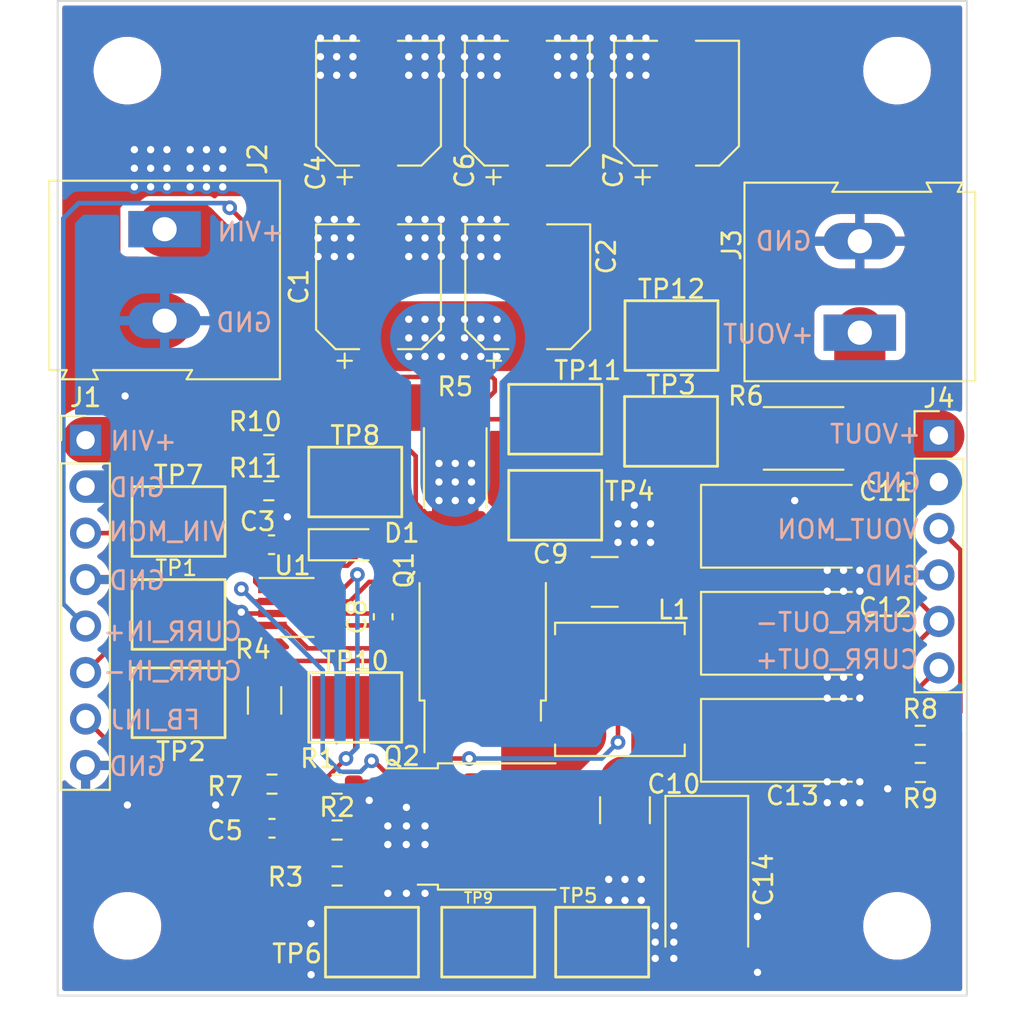
<source format=kicad_pcb>
(kicad_pcb (version 20221018) (generator pcbnew)
  (layers (0 "F.Cu" signal) (31 "B.Cu" signal) (34 "B.Paste" user) (35 "F.Paste" user) (36 "B.SilkS" user "B.Silkscreen") (37 "F.SilkS" user "F.Silkscreen") (38 "B.Mask" user) (39 "F.Mask" user) (44 "Edge.Cuts" user))
  (net 0 "")
  (net 1 "Net-(J1-Pin_6)")
  (net 2 "GND")
  (net 3 "Net-(D1-K)")
  (net 4 "Net-(U1-FB)")
  (net 5 "Net-(C5-Pad2)")
  (net 6 "Net-(D1-A)")
  (net 7 "Net-(Q1-S)")
  (net 8 "Net-(J4-Pin_6)")
  (net 9 "Net-(J1-Pin_1)")
  (net 10 "Net-(J1-Pin_3)")
  (net 11 "Net-(J1-Pin_7)")
  (net 12 "Net-(J3-Pin_1)")
  (net 13 "Net-(J4-Pin_3)")
  (net 14 "Net-(Q1-G)")
  (net 15 "Net-(Q2-G)")
  (net 16 "Net-(R2-Pad2)")
  (footprint "Jarrett_Footprint_Library:TestPoint_Keystone_5016_Compact" (layer "F.Cu") (at 130.429 88.265)
    (fp_text reference "TP8")
    (fp_text value "5016")
  )
  (footprint "Resistor_SMD:R_0603_1608Metric_Pad0.98x0.95mm_HandSolder" (layer "F.Cu") (at 161.29 102.108)
    (fp_text reference "R8")
    (fp_text value "10k")
  )
  (footprint "Resistor_SMD:R_2512_6332Metric_Pad1.40x3.35mm_HandSolder" (layer "F.Cu") (at 154.9165 85.882)
    (fp_text reference "R6")
    (fp_text value "10m")
  )
  (footprint "TerminalBlock:TerminalBlock_Altech_AK300-2_P5.00mm" (layer "F.Cu") (at 120.015 74.451 -90)
    (fp_text reference "J2")
    (fp_text value "Screw_Terminal_01x02")
  )
  (footprint "TerminalBlock:TerminalBlock_Altech_AK300-2_P5.00mm" (layer "F.Cu") (at 157.988 80.108 90)
    (fp_text reference "J3")
    (fp_text value "Screw_Terminal_01x02")
  )
  (footprint "Jarrett_Footprint_Library:TestPoint_Keystone_5016_Compact" (layer "F.Cu") (at 137.6915 113.411)
    (fp_text reference "TP9")
    (fp_text value "5016")
  )
  (footprint "Capacitor_SMD:CP_Elec_6.3x5.4_Nichicon" (layer "F.Cu") (at 131.699 77.597 90)
    (fp_text reference "C1")
    (fp_text value "100uF")
  )
  (footprint "Package_TO_SOT_SMD:TO-252-2" (layer "F.Cu") (at 137.3895 96.897 90)
    (fp_text reference "Q1")
    (fp_text value "QM6006D")
  )
  (footprint "Capacitor_SMD:C_1210_3225Metric_Pad1.33x2.70mm_HandSolder" (layer "F.Cu") (at 145.161 106.202 -90)
    (fp_text reference "C10")
    (fp_text value "22uF")
  )
  (footprint "Resistor_SMD:R_0603_1608Metric_Pad0.98x0.95mm_HandSolder" (layer "F.Cu") (at 125.8805 104.775)
    (fp_text reference "R7")
    (fp_text value "20k")
  )
  (footprint "Capacitor_Tantalum_SMD:CP_EIA-7343-43_Kemet-X_Pad2.25x2.55mm_HandSolder" (layer "F.Cu") (at 149.6295 110.007 -90)
    (fp_text reference "C14")
    (fp_text value "100uF")
  )
  (footprint "Capacitor_Tantalum_SMD:CP_EIA-7343-43_Kemet-X_Pad2.25x2.55mm_HandSolder" (layer "F.Cu") (at 153.9005 102.384)
    (fp_text reference "C13")
    (fp_text value "100uF")
  )
  (footprint "Connector_PinHeader_2.54mm:PinHeader_1x06_P2.54mm_Vertical" (layer "F.Cu") (at 162.306 85.725)
    (fp_text reference "J4")
    (fp_text value "Conn_01x06")
  )
  (footprint "Jarrett_Footprint_Library:TestPoint_Keystone_5016_Compact" (layer "F.Cu") (at 147.701 80.264)
    (fp_text reference "TP12")
    (fp_text value "5016")
  )
  (footprint "Capacitor_SMD:C_0603_1608Metric_Pad1.08x0.95mm_HandSolder" (layer "F.Cu") (at 125.8805 107.188 180)
    (fp_text reference "C5")
    (fp_text value "20pF")
  )
  (footprint "Jarrett_Footprint_Library:TestPoint_Keystone_5016_Compact" (layer "F.Cu") (at 120.777 95.504)
    (fp_text reference "TP1")
    (fp_text value "5016")
  )
  (footprint "Resistor_SMD:R_0603_1608Metric_Pad0.98x0.95mm_HandSolder" (layer "F.Cu") (at 125.7065 88.743)
    (fp_text reference "R11")
    (fp_text value "10k")
  )
  (footprint "Resistor_SMD:R_0603_1608Metric_Pad0.98x0.95mm_HandSolder" (layer "F.Cu") (at 161.29 104.14 180)
    (fp_text reference "R9")
    (fp_text value "10k")
  )
  (footprint "Jarrett_Footprint_Library:TestPoint_Keystone_5016_Compact" (layer "F.Cu") (at 141.351 89.535)
    (fp_text reference "TP4")
    (fp_text value "5016")
  )
  (footprint "Resistor_SMD:R_0603_1608Metric_Pad0.98x0.95mm_HandSolder" (layer "F.Cu") (at 129.4365 109.795)
    (fp_text reference "R3")
    (fp_text value "20k")
  )
  (footprint "Capacitor_SMD:C_1210_3225Metric_Pad1.33x2.70mm_HandSolder" (layer "F.Cu") (at 144.0565 93.726)
    (fp_text reference "C9")
    (fp_text value "22uF")
  )
  (footprint "Jarrett_Footprint_Library:TestPoint_Keystone_5016_Compact" (layer "F.Cu") (at 147.6775 85.501)
    (fp_text reference "TP3")
    (fp_text value "5016")
  )
  (footprint "Resistor_SMD:R_0603_1608Metric_Pad0.98x0.95mm_HandSolder" (layer "F.Cu") (at 129.4365 107.285)
    (fp_text reference "R2")
    (fp_text value "20k")
  )
  (footprint "Connector_PinHeader_2.54mm:PinHeader_1x08_P2.54mm_Vertical" (layer "F.Cu") (at 115.697 85.979)
    (fp_text reference "J1")
    (fp_text value "Conn_01x08")
  )
  (footprint "Capacitor_SMD:C_0603_1608Metric_Pad1.08x0.95mm_HandSolder" (layer "F.Cu") (at 131.953 95.631 90)
    (fp_text reference "C8")
    (fp_text value "0.1uF")
  )
  (footprint "Capacitor_SMD:CP_Elec_6.3x5.4_Nichicon" (layer "F.Cu") (at 131.699 67.564 90)
    (fp_text reference "C4")
    (fp_text value "100uF")
  )
  (footprint "Capacitor_SMD:CP_Elec_6.3x5.4_Nichicon" (layer "F.Cu") (at 147.977 67.564 90)
    (fp_text reference "C7")
    (fp_text value "100uF")
  )
  (footprint "Jarrett_Footprint_Library:TestPoint_Keystone_5016_Compact" (layer "F.Cu") (at 141.351 84.836)
    (fp_text reference "TP11")
    (fp_text value "5016")
  )
  (footprint "Capacitor_Tantalum_SMD:CP_EIA-7343-43_Kemet-X_Pad2.25x2.55mm_HandSolder" (layer "F.Cu") (at 153.9005 96.534)
    (fp_text reference "C12")
    (fp_text value "100uF")
  )
  (footprint "Diode_SMD:D_SOD-323_HandSoldering" (layer "F.Cu") (at 129.901 91.694)
    (fp_text reference "D1")
    (fp_text value "1N5819WS")
  )
  (footprint "Capacitor_Tantalum_SMD:CP_EIA-7343-43_Kemet-X_Pad2.25x2.55mm_HandSolder" (layer "F.Cu") (at 153.9005 90.684)
    (fp_text reference "C11")
    (fp_text value "100uF")
  )
  (footprint "Capacitor_SMD:C_0603_1608Metric_Pad1.08x0.95mm_HandSolder" (layer "F.Cu") (at 125.857 91.694)
    (fp_text reference "C3")
    (fp_text value "1uF")
  )
  (footprint "Inductor_SMD:L_Coilcraft_XAL6060-XXX" (layer "F.Cu") (at 144.8835 99.598)
    (fp_text reference "L1")
    (fp_text value "4.7uH")
  )
  (footprint "Package_TO_SOT_SMD:SOT-23-8_Handsoldering" (layer "F.Cu") (at 127.254 95.123)
    (fp_text reference "U1")
    (fp_text value "RT8110BGJ8")
  )
  (footprint "MountingHole:MountingHole_3.2mm_M3" (layer "F.Cu") (at 117.983 112.522)
    (fp_text reference "H4" hide)
    (fp_text value "MountingHole")
  )
  (footprint "Capacitor_SMD:CP_Elec_6.3x5.4_Nichicon" (layer "F.Cu") (at 139.849 77.597 90)
    (fp_text reference "C2")
    (fp_text value "100uF")
  )
  (footprint "Jarrett_Footprint_Library:TestPoint_Keystone_5016_Compact" (layer "F.Cu") (at 120.777 90.424)
    (fp_text reference "TP7")
    (fp_text value "5016")
  )
  (footprint "Package_TO_SOT_SMD:TO-252-2" (layer "F.Cu") (at 138.254 107.091)
    (fp_text reference "Q2")
    (fp_text value "QM6006D")
  )
  (footprint "MountingHole:MountingHole_3.2mm_M3" (layer "F.Cu") (at 160.02 112.522)
    (fp_text reference "H3" hide)
    (fp_text value "MountingHole")
  )
  (footprint "Jarrett_Footprint_Library:TestPoint_Keystone_5016_Compact" (layer "F.Cu") (at 143.9145 113.411)
    (fp_text reference "TP5")
    (fp_text value "5016")
  )
  (footprint "Jarrett_Footprint_Library:TestPoint_Keystone_5016_Compact" (layer "F.Cu") (at 130.429 100.584)
    (fp_text reference "TP10")
    (fp_text value "5016")
  )
  (footprint "MountingHole:MountingHole_3.2mm_M3" (layer "F.Cu") (at 117.983 65.786)
    (fp_text reference "H1" hide)
    (fp_text value "MountingHole")
  )
  (footprint "Resistor_SMD:R_2512_6332Metric_Pad1.40x3.35mm_HandSolder" (layer "F.Cu") (at 135.89 87.503 -90)
    (fp_text reference "R5")
    (fp_text value "10m")
  )
  (footprint "Resistor_SMD:R_0603_1608Metric_Pad0.98x0.95mm_HandSolder" (layer "F.Cu") (at 125.7065 86.233)
    (fp_text reference "R10")
    (fp_text value "10k")
  )
  (footprint "Resistor_SMD:R_1206_3216Metric_Pad1.30x1.75mm_HandSolder" (layer "F.Cu") (at 125.476 100.203 90)
    (fp_text reference "R4")
    (fp_text value "20")
  )
  (footprint "MountingHole:MountingHole_3.2mm_M3" (layer "F.Cu") (at 160.02 65.786)
    (fp_text reference "H2" hide)
    (fp_text value "MountingHole")
  )
  (footprint "Jarrett_Footprint_Library:TestPoint_Keystone_5016_Compact" (layer "F.Cu") (at 120.777 100.33)
    (fp_text reference "TP2")
    (fp_text value "5016")
  )
  (footprint "Jarrett_Footprint_Library:TestPoint_Keystone_5016_Compact" (layer "F.Cu") (at 131.3415 113.411)
    (fp_text reference "TP6")
    (fp_text value "5016")
  )
  (footprint "Capacitor_SMD:CP_Elec_6.3x5.4_Nichicon" (layer "F.Cu") (at 139.827 67.564 90)
    (fp_text reference "C6")
    (fp_text value "100uF")
  )
  (footprint "Resistor_SMD:R_0603_1608Metric_Pad0.98x0.95mm_HandSolder" (layer "F.Cu") (at 129.4365 104.775)
    (fp_text reference "R1")
    (fp_text value "10k")
  )
  (gr_rect (start 114.173 61.976) (end 163.83 116.332) (stroke (width 0.1)) (fill none) (layer "Edge.Cuts"))
  (gr_text "GND" (at 155.448 75.692) (layer "B.SilkS") (effects (font (size 1 1)) (justify left bottom mirror)))
  (gr_text "GND" (at 161.417 93.98) (layer "B.SilkS") (effects (font (size 1 1)) (justify left bottom mirror)))
  (gr_text "+VIN" (at 126.619 75.184) (layer "B.SilkS") (effects (font (size 1 1)) (justify left bottom mirror)))
  (gr_text "+VOUT" (at 155.575 80.772) (layer "B.SilkS") (effects (font (size 1 1)) (justify left bottom mirror)))
  (gr_text "VOUT_MON" (at 161.29 91.44) (layer "B.SilkS") (effects (font (size 1 1)) (justify left bottom mirror)))
  (gr_text "CURR_IN+" (at 124.333 97.028) (layer "B.SilkS") (effects (font (size 1 1)) (justify left bottom mirror)))
  (gr_text "GND" (at 125.984 80.137) (layer "B.SilkS") (effects (font (size 1 1)) (justify left bottom mirror)))
  (gr_text "GND" (at 120.142 94.234) (layer "B.SilkS") (effects (font (size 1 1)) (justify left bottom mirror)))
  (gr_text "VIN_MON" (at 123.444 91.567) (layer "B.SilkS") (effects (font (size 1 1)) (justify left bottom mirror)))
  (gr_text "+VOUT" (at 161.417 86.233) (layer "B.SilkS") (effects (font (size 1 1)) (justify left bottom mirror)))
  (gr_text "GND" (at 120.142 89.154) (layer "B.SilkS") (effects (font (size 1 1)) (justify left bottom mirror)))
  (gr_text "CURR_OUT+" (at 161.29 98.552) (layer "B.SilkS") (effects (font (size 1 1)) (justify left bottom mirror)))
  (gr_text "FB_INJ" (at 122.047 101.854) (layer "B.SilkS") (effects (font (size 1 1)) (justify left bottom mirror)))
  (gr_text "GND" (at 161.417 88.9) (layer "B.SilkS") (effects (font (size 1 1)) (justify left bottom mirror)))
  (gr_text "CURR_OUT-" (at 161.29 96.52) (layer "B.SilkS") (effects (font (size 1 1)) (justify left bottom mirror)))
  (gr_text "GND" (at 120.142 104.394) (layer "B.SilkS") (effects (font (size 1 1)) (justify left bottom mirror)))
  (gr_text "+VIN" (at 120.777 86.614) (layer "B.SilkS") (effects (font (size 1 1)) (justify left bottom mirror)))
  (gr_text "CURR_IN-" (at 124.333 99.187) (layer "B.SilkS") (effects (font (size 1 1)) (justify left bottom mirror)))
  (segment (start 125.984 87.884) (end 127.127 87.884) (width 0.25) (layer "F.Cu") (net 1))
  (segment (start 139.849 80.297) (end 140.302 80.297) (width 3.81) (layer "F.Cu") (net 1))
  (segment (start 132.984 86.106) (end 133.731 86.853) (width 0.25) (layer "F.Cu") (net 1))
  (segment (start 130.124 94.793) (end 131.191 93.726) (width 0.25) (layer "F.Cu") (net 1))
  (segment (start 143.764 70.264) (end 147.977 70.264) (width 3.81) (layer "F.Cu") (net 1))
  (segment (start 125.276995 89.543) (end 125.73 89.089995) (width 0.25) (layer "F.Cu") (net 1))
  (segment (start 134.876 90.553) (end 135.89 90.553) (width 0.25) (layer "F.Cu") (net 1))
  (segment (start 131.191 93.726) (end 135.6285 93.726) (width 0.25) (layer "F.Cu") (net 1))
  (segment (start 138.301 90.553) (end 138.303 90.551) (width 0.25) (layer "F.Cu") (net 1))
  (segment (start 123.825 89.154) (end 124.214 89.543) (width 0.25) (layer "F.Cu") (net 1))
  (segment (start 140.335 90.551) (end 141.351 89.535) (width 0.25) (layer "F.Cu") (net 1))
  (segment locked (start 133.731 86.853) (end 133.731 88.773) (width 0.25) (layer "F.Cu") (net 1))
  (segment (start 125.73 89.089995) (end 125.73 88.138) (width 0.25) (layer "F.Cu") (net 1))
  (segment (start 135.89 93.9365) (end 135.8645 93.962) (width 0.25) (layer "F.Cu") (net 1))
  (segment (start 133.731 89.408) (end 134.876 90.553) (width 0.25) (layer "F.Cu") (net 1))
  (segment (start 128.604 94.793) (end 130.124 94.793) (width 0.25) (layer "F.Cu") (net 1))
  (segment (start 115.697 98.679) (end 117.983 96.393) (width 0.25) (layer "F.Cu") (net 1))
  (segment (start 143.946 76.653) (end 143.946 70.446) (width 3.81) (layer "F.Cu") (net 1))
  (segment (start 142.494 93.726) (end 142.258 93.962) (width 0.25) (layer "F.Cu") (net 1))
  (segment (start 131.699 70.264) (end 143.764 70.264) (width 3.81) (layer "F.Cu") (net 1))
  (segment (start 133.731 88.773) (end 133.731 89.408) (width 0.25) (layer "F.Cu") (net 1))
  (segment (start 127.635 86.345) (end 127.874 86.106) (width 0.25) (layer "F.Cu") (net 1))
  (segment (start 135.6285 93.726) (end 135.8645 93.962) (width 0.25) (layer "F.Cu") (net 1))
  (segment (start 117.983 96.393) (end 117.983 88.392) (width 0.25) (layer "F.Cu") (net 1))
  (segment (start 138.303 90.551) (end 140.335 90.551) (width 0.25) (layer "F.Cu") (net 1))
  (segment (start 135.89 90.553) (end 138.301 90.553) (width 0.25) (layer "F.Cu") (net 1))
  (segment (start 142.494 93.726) (end 139.1505 93.726) (width 2.54) (layer "F.Cu") (net 1))
  (segment (start 125.73 88.138) (end 125.984 87.884) (width 0.25) (layer "F.Cu") (net 1))
  (segment (start 117.983 88.392) (end 118.237 88.138) (width 0.25) (layer "F.Cu") (net 1))
  (segment (start 127.874 86.106) (end 132.984 86.106) (width 0.25) (layer "F.Cu") (net 1))
  (segment (start 124.214 89.543) (end 125.276995 89.543) (width 0.25) (layer "F.Cu") (net 1))
  (segment (start 127.127 87.884) (end 127.635 87.376) (width 0.25) (layer "F.Cu") (net 1))
  (segment (start 118.237 88.138) (end 123.444 88.138) (width 0.25) (layer "F.Cu") (net 1))
  (segment (start 139.1505 93.726) (end 138.9145 93.962) (width 2.54) (layer "F.Cu") (net 1))
  (segment (start 135.89 87.249) (end 135.89 93.9365) (width 2.54) (layer "F.Cu") (net 1))
  (segment (start 123.825 88.519) (end 123.825 89.154) (width 0.25) (layer "F.Cu") (net 1))
  (segment (start 127.635 87.376) (end 127.635 86.345) (width 0.25) (layer "F.Cu") (net 1))
  (segment (start 143.946 70.446) (end 143.764 70.264) (width 3.81) (layer "F.Cu") (net 1))
  (segment (start 131.699 80.297) (end 139.849 80.297) (width 3.81) (layer "F.Cu") (net 1))
  (segment (start 140.302 80.297) (end 143.946 76.653) (width 3.81) (layer "F.Cu") (net 1))
  (segment (start 123.444 88.138) (end 123.825 88.519) (width 0.25) (layer "F.Cu") (net 1))
  (via (at 133.35 80.391) (size 0.8) (drill 0.4) (layers "F.Cu" "B.Cu") (net 1))
  (via (at 136.398 80.391) (size 0.8) (drill 0.4) (layers "F.Cu" "B.Cu") (net 1))
  (via (at 135.89 87.249) (size 0.8) (drill 0.4) (layers "F.Cu" "B.Cu") (net 1))
  (via (at 138.176 80.391) (size 0.8) (drill 0.4) (layers "F.Cu" "B.Cu") (net 1))
  (via (at 135.128 80.391) (size 0.8) (drill 0.4) (layers "F.Cu" "B.Cu") (net 1))
  (via (at 137.287 80.391) (size 0.8) (drill 0.4) (layers "F.Cu" "B.Cu") (net 1))
  (via (at 135.89 88.265) (size 0.8) (drill 0.4) (layers "F.Cu" "B.Cu") (net 1))
  (via (at 134.239 81.407) (size 0.8) (drill 0.4) (layers "F.Cu" "B.Cu") (net 1))
  (via (at 137.287 79.375) (size 0.8) (drill 0.4) (layers "F.Cu" "B.Cu") (net 1))
  (via (at 135.001 87.249) (size 0.8) (drill 0.4) (layers "F.Cu" "B.Cu") (net 1))
  (via (at 135.001 88.265) (size 0.8) (drill 0.4) (layers "F.Cu" "B.Cu") (net 1))
  (via (at 133.35 79.375) (size 0.8) (drill 0.4) (layers "F.Cu" "B.Cu") (net 1))
  (via (at 135.128 81.407) (size 0.8) (drill 0.4) (layers "F.Cu" "B.Cu") (net 1))
  (via (at 136.779 89.281) (size 0.8) (drill 0.4) (layers "F.Cu" "B.Cu") (net 1))
  (via (at 136.779 88.265) (size 0.8) (drill 0.4) (layers "F.Cu" "B.Cu") (net 1))
  (via (at 136.398 81.407) (size 0.8) (drill 0.4) (layers "F.Cu" "B.Cu") (net 1))
  (via (at 137.287 81.407) (size 0.8) (drill 0.4) (layers "F.Cu" "B.Cu") (net 1))
  (via (at 135.89 89.281) (size 0.8) (drill 0.4) (layers "F.Cu" "B.Cu") (net 1))
  (via (at 135.128 79.375) (size 0.8) (drill 0.4) (layers "F.Cu" "B.Cu") (net 1))
  (via (at 136.398 79.375) (size 0.8) (drill 0.4) (layers "F.Cu" "B.Cu") (net 1))
  (via (at 136.779 87.249) (size 0.8) (drill 0.4) (layers "F.Cu" "B.Cu") (net 1))
  (via (at 134.239 79.375) (size 0.8) (drill 0.4) (layers "F.Cu" "B.Cu") (net 1))
  (via (at 138.176 81.407) (size 0.8) (drill 0.4) (layers "F.Cu" "B.Cu") (net 1))
  (via (at 138.176 79.375) (size 0.8) (drill 0.4) (layers "F.Cu" "B.Cu") (net 1))
  (via (at 134.239 80.391) (size 0.8) (drill 0.4) (layers "F.Cu" "B.Cu") (net 1))
  (via (at 133.35 81.407) (size 0.8) (drill 0.4) (layers "F.Cu" "B.Cu") (net 1))
  (via (at 135.001 89.281) (size 0.8) (drill 0.4) (layers "F.Cu" "B.Cu") (net 1))
  (segment (start 134.493 80.391) (end 134.239 80.391) (width 3.81) (layer "B.Cu") (net 1))
  (segment (start 135.89 81.788) (end 137.287 80.391) (width 3.81) (layer "B.Cu") (net 1))
  (segment (start 135.89 81.788) (end 134.493 80.391) (width 3.81) (layer "B.Cu") (net 1))
  (segment (start 134.239 80.391) (end 137.287 80.391) (width 3.81) (layer "B.Cu") (net 1))
  (segment (start 135.89 88.265) (end 135.89 81.788) (width 3.81) (layer "B.Cu") (net 1))
  (segment (start 133.214 109.371) (end 133.214 110.735) (width 2.794) (layer "F.Cu") (net 2))
  (segment (start 157.1005 102.384) (end 157.1005 105.7895) (width 3.048) (layer "F.Cu") (net 2))
  (segment (start 130.349 104.775) (end 130.349 104.822) (width 0.25) (layer "F.Cu") (net 2))
  (segment (start 133.214 107.07) (end 133.223 107.061) (width 0.25) (layer "F.Cu") (net 2))
  (segment (start 133.214 110.735) (end 133.223 110.744) (width 0.25) (layer "F.Cu") (net 2))
  (segment (start 145.669 93.676) (end 145.669 90.424) (width 3.048) (layer "F.Cu") (net 2))
  (segment (start 145.161 107.7645) (end 145.161 112.1645) (width 2.794) (layer "F.Cu") (net 2))
  (segment (start 126.7195 91.694) (end 126.7195 90.17) (width 0.25) (layer "F.Cu") (net 2))
  (segment (start 133.214 111.5385) (end 133.214 110.753) (width 2.794) (layer "F.Cu") (net 2))
  (segment (start 147.817 65.024) (end 147.977 64.864) (width 0.25) (layer "F.Cu") (net 2))
  (segment (start 157.1005 102.384) (end 157.1005 90.684) (width 3.048) (layer "F.Cu") (net 2))
  (segment (start 133.214 111.5385) (end 131.3415 113.411) (width 2.794) (layer "F.Cu") (net 2))
  (segment (start 160.3775 104.1635) (end 159.512 105.029) (width 0.25) (layer "F.Cu") (net 2))
  (segment (start 126.7195 88.8435) (end 126.619 88.743) (width 0.25) (layer "F.Cu") (net 2))
  (segment (start 125.222 67.31) (end 127.508 65.024) (width 3.048) (layer "F.Cu") (net 2))
  (segment (start 133.214 108.077) (end 133.214 109.371) (width 2.794) (layer "F.Cu") (net 2))
  (segment (start 145.161 112.1645) (end 143.9145 113.411) (width 0.25) (layer "F.Cu") (net 2))
  (segment (start 149.6295 113.207) (end 149.4255 113.411) (width 0.25) (layer "F.Cu") (net 2))
  (segment (start 133.214 110.753) (end 133.223 110.744) (width 0.25) (layer "F.Cu") (net 2))
  (segment (start 125.222 71.501) (end 125.222 71.12) (width 3.048) (layer "F.Cu") (net 2))
  (segment (start 125.222 71.12) (end 125.222 67.31) (width 3.048) (layer "F.Cu") (net 2))
  (segment (start 126.7195 90.17) (end 126.7195 88.8435) (width 0.25) (layer "F.Cu") (net 2))
  (segment (start 160.3775 104.14) (end 160.3775 104.1635) (width 0.25) (layer "F.Cu") (net 2))
  (segment (start 133.214 108.077) (end 133.214 107.07) (width 2.794) (layer "F.Cu") (net 2))
  (segment (start 133.214 110.735) (end 133.214 111.5385) (width 0.25) (layer "F.Cu") (net 2))
  (segment (start 149.4255 113.411) (end 143.9145 113.411) (width 2.794) (layer "F.Cu") (net 2))
  (segment (start 157.1005 104.14) (end 157.1005 102.384) (width 0.25) (layer "F.Cu") (net 2))
  (segment (start 145.619 93.726) (end 145.669 93.676) (width 0.25) (layer "F.Cu") (net 2))
  (segment (start 116.078 72.644) (end 117.602 71.12) (width 3.048) (layer "F.Cu") (net 2))
  (segment (start 128.618 74.897) (end 125.222 71.501) (width 3.048) (layer "F.Cu") (net 2))
  (segment (start 139.849 74.897) (end 128.618 74.897) (width 3.048) (layer "F.Cu") (net 2))
  (segment (start 116.078 76.835) (end 116.078 72.644) (width 3.048) (layer "F.Cu") (net 2))
  (segment (start 157.1005 105.7895) (end 157.099 105.791) (width 0.25) (layer "F.Cu") (net 2))
  (segment (start 125.904 95.453) (end 124.282 95.453) (width 0.25) (layer "F.Cu") (net 2))
  (segment (start 127.508 65.024) (end 147.817 65.024) (width 3.048) (layer "F.Cu") (net 2))
  (segment (start 118.694 79.451) (end 116.078 76.835) (width 3.048) (layer "F.Cu") (net 2))
  (segment (start 130.349 104.822) (end 131.191 105.664) (width 0.25) (layer "F.Cu") (net 2))
  (segment (start 117.602 71.12) (end 125.222 71.12) (width 3.048) (layer "F.Cu") (net 2))
  (segment (start 120.015 79.451) (end 118.694 79.451) (width 3.048) (layer "F.Cu") (net 2))
  (segment (start 124.282 95.453) (end 124.206 95.377) (width 0.25) (layer "F.Cu") (net 2))
  (via (at 146.05 111.125) (size 0.8) (drill 0.4) (layers "F.Cu" "B.Cu") (net 2))
  (via (at 123.19 71.12) (size 0.8) (drill 0.4) (layers "F.Cu" "B.Cu") (net 2))
  (via (at 156.21 100.076) (size 0.8) (drill 0.4) (layers "F.Cu" "B.Cu") (net 2))
  (via (at 124.206 95.377) (size 0.8) (drill 0.4) (layers "F.Cu" "B.Cu") (net 2))
  (via (at 143.256 64.008) (size 0.8) (drill 0.4) (layers "F.Cu" "B.Cu") (net 2))
  (via (at 133.214 108.077) (size 0.8) (drill 0.4) (layers "F.Cu" "B.Cu") (net 2))
  (via (at 120.142 72.136) (size 0.8) (drill 0.4) (layers "F.Cu" "B.Cu") (net 2))
  (via (at 137.287 65.024) (size 0.8) (drill 0.4) (layers "F.Cu" "B.Cu") (net 2))
  (via (at 129.286 74.93) (size 0.8) (drill 0.4) (layers "F.Cu" "B.Cu") (net 2))
  (via (at 159.512 105.029) (size 0.8) (drill 0.4) (layers "F.Cu" "B.Cu") (net 2))
  (via (at 133.35 65.024) (size 0.8) (drill 0.4) (layers "F.Cu" "B.Cu") (net 2))
  (via (at 157.099 93.091) (size 0.8) (drill 0.4) (layers "F.Cu" "B.Cu") (net 2))
  (via (at 129.286 73.914) (size 0.8) (drill 0.4) (layers "F.Cu" "B.Cu") (net 2))
  (via (at 128.524 65.024) (size 0.8) (drill 0.4) (layers "F.Cu" "B.Cu") (net 2))
  (via (at 157.988 104.648) (size 0.8) (drill 0.4) (layers "F.Cu" "B.Cu") (net 2))
  (via (at 138.176 73.914) (size 0.8) (drill 0.4) (layers "F.Cu" "B.Cu") (net 2))
  (via (at 145.161 111.125) (size 0.8) (drill 0.4) (layers "F.Cu" "B.Cu") (net 2))
  (via (at 157.988 100.076) (size 0.8) (drill 0.4) (layers "F.Cu" "B.Cu") (net 2))
  (via (at 143.256 66.04) (size 0.8) (drill 0.4) (layers "F.Cu" "B.Cu") (net 2))
  (via (at 123.19 70.104) (size 0.8) (drill 0.4) (layers "F.Cu" "B.Cu") (net 2))
  (via (at 134.239 74.93) (size 0.8) (drill 0.4) (layers "F.Cu" "B.Cu") (net 2))
  (via (at 122.301 70.104) (size 0.8) (drill 0.4) (layers "F.Cu" "B.Cu") (net 2))
  (via (at 138.176 74.93) (size 0.8) (drill 0.4) (layers "F.Cu" "B.Cu") (net 2))
  (via (at 119.253 70.104) (size 0.8) (drill 0.4) (layers "F.Cu" "B.Cu") (net 2))
  (via (at 133.35 75.946) (size 0.8) (drill 0.4) (layers "F.Cu" "B.Cu") (net 2))
  (via (at 146.558 91.567) (size 0.8) (drill 0.4) (layers "F.Cu" "B.Cu") (net 2))
  (via (at 134.239 64.008) (size 0.8) (drill 0.4) (layers "F.Cu" "B.Cu") (net 2))
  (via (at 119.253 72.136) (size 0.8) (drill 0.4) (layers "F.Cu" "B.Cu") (net 2))
  (via (at 133.35 66.04) (size 0.8) (drill 0.4) (layers "F.Cu" "B.Cu") (net 2))
  (via (at 122.301 72.136) (size 0.8) (drill 0.4) (layers "F.Cu" "B.Cu") (net 2))
  (via (at 138.176 64.008) (size 0.8) (drill 0.4) (layers "F.Cu" "B.Cu") (net 2))
  (via (at 144.526 66.04) (size 0.8) (drill 0.4) (layers "F.Cu" "B.Cu") (net 2))
  (via (at 131.191 105.664) (size 0.8) (drill 0.4) (layers "F.Cu" "B.Cu") (net 2))
  (via (at 146.05 109.982) (size 0.8) (drill 0.4) (layers "F.Cu" "B.Cu") (net 2))
  (via (at 135.128 65.024) (size 0.8) (drill 0.4) (layers "F.Cu" "B.Cu") (net 2))
  (via (at 126.7195 90.17) (size 0.8) (drill 0.4) (layers "F.Cu" "B.Cu") (net 2))
  (via (at 130.175 73.914) (size 0.8) (drill 0.4) (layers "F.Cu" "B.Cu") (net 2))
  (via (at 145.415 64.008) (size 0.8) (drill 0.4) (layers "F.Cu" "B.Cu") (net 2))
  (via (at 145.669 89.535) (size 0.8) (drill 0.4) (layers "F.Cu" "B.Cu") (net 2))
  (via (at 128.397 74.93) (size 0.8) (drill 0.4) (layers "F.Cu" "B.Cu") (net 2))
  (via (at 137.287 74.93) (size 0.8) (drill 0.4) (layers "F.Cu" "B.Cu") (net 2))
  (via (at 137.287 73.914) (size 0.8) (drill 0.4) (layers "F.Cu" "B.Cu") (net 2))
  (via (at 130.302 66.04) (size 0.8) (drill 0.4) (layers "F.Cu" "B.Cu") (net 2))
  (via (at 120.142 71.12) (size 0.8) (drill 0.4) (layers "F.Cu" "B.Cu") (net 2))
  (via (at 138.176 66.04) (size 0.8) (drill 0.4) (layers "F.Cu" "B.Cu") (net 2))
  (via (at 133.35 64.008) (size 0.8) (drill 0.4) (layers "F.Cu" "B.Cu") (net 2))
  (via (at 128.397 75.946) (size 0.8) (drill 0.4) (layers "F.Cu" "B.Cu") (net 2))
  (via (at 129.413 66.04) (size 0.8) (drill 0.4) (layers "F.Cu" "B.Cu") (net 2))
  (via (at 137.287 66.04) (size 0.8) (drill 0.4) (layers "F.Cu" "B.Cu") (net 2))
  (via (at 133.223 106.045) (size 0.8) (drill 0.4) (layers "F.Cu" "B.Cu") (net 2))
  (via (at 143.256 65.024) (size 0.8) (drill 0.4) (layers "F.Cu" "B.Cu") (net 2))
  (via (at 132.207 108.077) (size 0.8) (drill 0.4) (layers "F.Cu" "B.Cu") (net 2))
  (via (at 130.175 74.93) (size 0.8) (drill 0.4) (layers "F.Cu" "B.Cu") (net 2))
  (via (at 144.526 65.024) (size 0.8) (drill 0.4) (layers "F.Cu" "B.Cu") (net 2))
  (via (at 134.239 107.061) (size 0.8) (drill 0.4) (layers "F.Cu" "B.Cu") (net 2))
  (via (at 135.128 64.008) (size 0.8) (drill 0.4) (layers "F.Cu" "B.Cu") (net 2))
  (via (at 144.272 111.125) (size 0.8) (drill 0.4) (layers "F.Cu" "B.Cu") (net 2))
  (via (at 145.669 91.567) (size 0.8) (drill 0.4) (layers "F.Cu" "B.Cu") (net 2))
  (via (at 133.223 110.744) (size 0.8) (drill 0.4) (layers "F.Cu" "B.Cu") (net 2))
  (via (at 141.478 66.04) (size 0.8) (drill 0.4) (layers "F.Cu" "B.Cu") (net 2))
  (via (at 128.524 66.04) (size 0.8) (drill 0.4) (layers "F.Cu" "B.Cu") (net 2))
  (via (at 122.809 105.918) (size 0.8) (drill 0.4) (layers "F.Cu" "B.Cu") (net 2))
  (via (at 123.19 72.136) (size 0.8) (drill 0.4) (layers "F.Cu" "B.Cu") (net 2))
  (via (at 132.207 110.744) (size 0.8) (drill 0.4) (layers "F.Cu" "B.Cu") (net 2))
  (via (at 130.302 65.024) (size 0.8) (drill 0.4) (layers "F.Cu" "B.Cu") (net 2))
  (via (at 156.21 93.091) (size 0.8) (drill 0.4) (layers "F.Cu" "B.Cu") (net 2))
  (via (at 154.432 89.281) (size 0.8) (drill 0.4) (layers "F.Cu" "B.Cu") (net 2))
  (via (at 118.364 71.12) (size 0.8) (drill 0.4) (layers "F.Cu" "B.Cu") (net 2))
  (via (at 121.412 72.136) (size 0.8) (drill 0.4) (layers "F.Cu" "B.Cu") (net 2))
  (via (at 157.988 93.091) (size 0.8) (drill 0.4) (layers "F.Cu" "B.Cu") (net 2))
  (via (at 145.669 90.551) (size 0.8) (drill 0.4) (layers "F.Cu" "B.Cu") (net 2))
  (via (at 128.016 115.189) (size 0.8) (drill 0.4) (layers "F.Cu" "B.Cu") (net 2))
  (via (at 144.78 90.551) (size 0.8) (drill 0.4) (layers "F.Cu" "B.Cu") (net 2))
  (via (at 147.828 114.3) (size 0.8) (drill 0.4) (layers "F.Cu" "B.Cu") (net 2))
  (via (at 129.413 64.008) (size 0.8) (drill 0.4) (layers "F.Cu" "B.Cu") (net 2))
  (via (at 130.175 75.946) (size 0.8) (drill 0.4) (layers "F.Cu" "B.Cu") (net 2))
  (via (at 118.364 72.136) (size 0.8) (drill 0.4) (layers "F.Cu" "B.Cu") (net 2))
  (via (at 156.21 105.791) (size 0.8) (drill 0.4) (layers "F.Cu" "B.Cu") (net 2))
  (via (at 137.287 75.946) (size 0.8) (drill 0.4) (layers "F.Cu" "B.Cu") (net 2))
  (via (at 118.364 70.104) (size 0.8) (drill 0.4) (layers "F.Cu" "B.Cu") (net 2))
  (via (at 157.988 98.933) (size 0.8) (drill 0.4) (layers "F.Cu" "B.Cu") (net 2))
  (via (at 146.304 64.008) (size 0.8) (drill 0.4) (layers "F.Cu" "B.Cu") (net 2))
  (via (at 157.099 94.234) (size 0.8) (drill 0.4) (layers "F.Cu" "B.Cu") (net 2))
  (via (at 146.812 112.522) (size 0.8) (drill 0.4) (layers "F.Cu" "B.Cu") (net 2))
  (via (at 142.367 64.008) (size 0.8) (drill 0.4) (layers "F.Cu" "B.Cu") (net 2))
  (via (at 152.4 112.014) (size 0.8) (drill 0.4) (layers "F.Cu" "B.Cu") (net 2))
  (via (at 146.558 90.551) (size 0.8) (drill 0.4) (layers "F.Cu" "B.Cu") (net 2))
  (via (at 133.35 74.93) (size 0.8) (drill 0.4) (layers "F.Cu" "B.Cu") (net 2))
  (via (at 135.128 75.946) (size 0.8) (drill 0.4) (layers "F.Cu" "B.Cu") (net 2))
  (via (at 141.478 64.008) (size 0.8) (drill 0.4) (layers "F.Cu" "B.Cu") (net 2))
  (via (at 138.176 75.946) (size 0.8) (drill 0.4) (layers "F.Cu" "B.Cu") (net 2))
  (via (at 132.207 107.061) (size 0.8) (drill 0.4) (layers "F.Cu" "B.Cu") (net 2))
  (via (at 146.812 113.411) (size 0.8) (drill 0.4) (layers "F.Cu" "B.Cu") (net 2))
  (via (at 136.398 75.946) (size 0.8) (drill 0.4) (layers "F.Cu" "B.Cu") (net 2))
  (via (at 135.128 73.914) (size 0.8) (drill 0.4) (layers "F.Cu" "B.Cu") (net 2))
  (via (at 157.099 105.791) (size 0.8) (drill 0.4) (layers "F.Cu" "B.Cu") (net 2))
  (via (at 133.35 73.914) (size 0.8) (drill 0.4) (layers "F.Cu" "B.Cu") (net 2))
  (via (at 130.302 64.008) (size 0.8) (drill 0.4) (layers "F.Cu" "B.Cu") (net 2))
  (via (at 136.398 66.04) (size 0.8) (drill 0.4) (layers "F.Cu" "B.Cu") (net 2))
  (via (at 144.78 91.567) (size 0.8) (drill 0.4) (layers "F.Cu" "B.Cu") (net 2))
  (via (at 134.239 108.077) (size 0.8) (drill 0.4) (layers "F.Cu" "B.Cu") (net 2))
  (via (at 156.21 98.933) (size 0.8) (drill 0.4) (layers "F.Cu" "B.Cu") (net 2))
  (via (at 147.828 112.522) (size 0.8) (drill 0.4) (layers "F.Cu" "B.Cu") (net 2))
  (via (at 134.239 66.04) (size 0.8) (drill 0.4) (layers "F.Cu" "B.Cu") (net 2))
  (via (at 119.253 71.12) (size 0.8) (drill 0.4) (layers "F.Cu" "B.Cu") (net 2))
  (via (at 120.142 70.104) (size 0.8) (drill 0.4) (layers "F.Cu" "B.Cu") (net 2))
  (via (at 129.413 65.024) (size 0.8) (drill 0.4) (layers "F.Cu" "B.Cu") (net 2))
  (via (at 144.526 64.008) (size 0.8) (drill 0.4) (layers "F.Cu" "B.Cu") (net 2))
  (via (at 137.287 64.008) (size 0.8) (drill 0.4) (layers "F.Cu" "B.Cu") (net 2))
  (via (at 145.415 65.024) (size 0.8) (drill 0.4) (layers "F.Cu" "B.Cu") (net 2))
  (via (at 136.398 65.024) (size 0.8) (drill 0.4) (layers "F.Cu" "B.Cu") (net 2))
  (via (at 122.301 71.12) (size 0.8) (drill 0.4) (layers "F.Cu" "B.Cu") (net 2))
  (via (at 142.367 65.024) (size 0.8) (drill 0.4) (layers "F.Cu" "B.Cu") (net 2))
  (via (at 157.099 100.076) (size 0.8) (drill 0.4) (layers "F.Cu" "B.Cu") (net 2))
  (via (at 117.983 105.918) (size 0.8) (drill 0.4) (layers "F.Cu" "B.Cu") (net 2))
  (via (at 136.398 73.914) (size 0.8) (drill 0.4) (layers "F.Cu" "B.Cu") (net 2))
  (via (at 135.128 66.04) (size 0.8) (drill 0.4) (layers "F.Cu" "B.Cu") (net 2))
  (via (at 141.478 65.024) (size 0.8) (drill 0.4) (layers "F.Cu" "B.Cu") (net 2))
  (via (at 146.304 66.04) (size 0.8) (drill 0.4) (layers "F.Cu" "B.Cu") (net 2))
  (via (at 136.398 64.008) (size 0.8) (drill 0.4) (layers "F.Cu" "B.Cu") (net 2))
  (via (at 134.239 73.914) (size 0.8) (drill 0.4) (layers "F.Cu" "B.Cu") (net 2))
  (via (at 138.176 65.024) (size 0.8) (drill 0.4) (layers "F.Cu" "B.Cu") (net 2))
  (via (at 145.161 109.982) (size 0.8) (drill 0.4) (layers "F.Cu" "B.Cu") (net 2))
  (via (at 129.286 75.946) (size 0.8) (drill 0.4) (layers "F.Cu" "B.Cu") (net 2))
  (via (at 145.415 66.04) (size 0.8) (drill 0.4) (layers "F.Cu" "B.Cu") (net 2))
  (via (at 156.21 94.234) (size 0.8) (drill 0.4) (layers "F.Cu" "B.Cu") (net 2))
  (via (at 142.367 66.04) (size 0.8) (drill 0.4) (layers "F.Cu" "B.Cu") (net 2))
  (via (at 134.239 65.024) (size 0.8) (drill 0.4) (layers "F.Cu" "B.Cu") (net 2))
  (via (at 136.398 74.93) (size 0.8) (drill 0.4) (layers "F.Cu" "B.Cu") (net 2))
  (via (at 147.828 113.411) (size 0.8) (drill 0.4) (layers "F.Cu" "B.Cu") (net 2))
  (via (at 128.397 73.914) (size 0.8) (drill 0.4) (layers "F.Cu" "B.Cu") (net 2))
  (via (at 157.099 98.933) (size 0.8) (drill 0.4) (layers "F.Cu" "B.Cu") (net 2))
  (via (at 134.239 75.946) (size 0.8) (drill 0.4) (layers "F.Cu" "B.Cu") (net 2))
  (via (at 157.988 105.791) (size 0.8) (drill 0.4) (layers "F.Cu" "B.Cu") (net 2))
  (via (at 152.4 115.062) (size 0.8) (drill 0.4) (layers "F.Cu" "B.Cu") (net 2))
  (via (at 117.856 83.566) (size 0.8) (drill 0.4) (layers "F.Cu" "B.Cu") (net 2))
  (via (at 157.099 104.648) (size 0.8) (drill 0.4) (layers "F.Cu" "B.Cu") (net 2))
  (via (at 157.988 94.234) (size 0.8) (drill 0.4) (layers "F.Cu" "B.Cu") (net 2))
  (via (at 121.412 70.104) (size 0.8) (drill 0.4) (layers "F.Cu" "B.Cu") (net 2))
  (via (at 144.272 109.982) (size 0.8) (drill 0.4) (layers "F.Cu" "B.Cu") (net 2))
  (via (at 156.21 104.648) (size 0.8) (drill 0.4) (layers "F.Cu" "B.Cu") (net 2))
  (via (at 134.239 110.744) (size 0.8) (drill 0.4) (layers "F.Cu" "B.Cu") (net 2))
  (via (at 128.524 64.008) (size 0.8) (drill 0.4) (layers "F.Cu" "B.Cu") (net 2))
  (via (at 146.812 114.3) (size 0.8) (drill 0.4) (layers "F.Cu" "B.Cu") (net 2))
  (via (at 128.016 112.395) (size 0.8) (drill 0.4) (layers "F.Cu" "B.Cu") (net 2))
  (via (at 135.128 74.93) (size 0.8) (drill 0.4) (layers "F.Cu" "B.Cu") (net 2))
  (via (at 133.223 107.061) (size 0.8) (drill 0.4) (layers "F.Cu" "B.Cu") (net 2))
  (via (at 146.304 65.024) (size 0.8) (drill 0.4) (layers "F.Cu" "B.Cu") (net 2))
  (via (at 121.412 71.12) (size 0.8) (drill 0.4) (layers "F.Cu" "B.Cu") (net 2))
  (segment (start 162.306 88.265) (end 160.147 88.265) (width 2.54) (layer "B.Cu") (net 2))
  (segment (start 115.697 88.519) (end 118.364 88.519) (width 1.778) (layer "B.Cu") (net 2))
  (segment (start 126.746 93.5355) (end 128.5875 91.694) (width 0.25) (layer "F.Cu") (net 3))
  (segment (start 124.968 93.726) (end 124.968 91.7205) (width 0.25) (layer "F.Cu") (net 3))
  (segment (start 125.385 94.143) (end 124.968 93.726) (width 0.25) (layer "F.Cu") (net 3))
  (segment (start 128.5875 91.694) (end 128.651 91.694) (width 0.25) (layer "F.Cu") (net 3))
  (segment (start 125.904 94.143) (end 126.583 94.143) (width 0.25) (layer "F.Cu") (net 3))
  (segment (start 124.968 91.7205) (end 124.9945 91.694) (width 0.25) (layer "F.Cu") (net 3))
  (segment (start 125.904 94.143) (end 125.385 94.143) (width 0.25) (layer "F.Cu") (net 3))
  (segment (start 123.7245 90.424) (end 124.9945 91.694) (width 0.25) (layer "F.Cu") (net 3))
  (segment (start 120.777 90.424) (end 123.7245 90.424) (width 0.25) (layer "F.Cu") (net 3))
  (segment (start 126.746 93.98) (end 126.746 93.5355) (width 0.25) (layer "F.Cu") (net 3))
  (segment (start 126.583 94.143) (end 126.746 93.98) (width 0.25) (layer "F.Cu") (net 3))
  (segment (start 129.921 103.378) (end 130.429 102.87) (width 0.25) (layer "F.Cu") (net 4))
  (segment (start 130.429 102.87) (end 130.429 100.584) (width 0.25) (layer "F.Cu") (net 4))
  (segment (start 128.524 104.775) (end 128.524 107.285) (width 0.25) (layer "F.Cu") (net 4))
  (segment (start 128.604 94.143) (end 129.726599 94.143) (width 0.25) (layer "F.Cu") (net 4))
  (segment (start 128.524 104.775) (end 126.793 104.775) (width 0.25) (layer "F.Cu") (net 4))
  (segment (start 129.921 103.378) (end 128.524 104.775) (width 0.25) (layer "F.Cu") (net 4))
  (segment (start 126.84 107.285) (end 126.743 107.188) (width 0.25) (layer "F.Cu") (net 4))
  (segment (start 128.524 107.285) (end 126.84 107.285) (width 0.25) (layer "F.Cu") (net 4))
  (segment (start 129.726599 94.143) (end 130.545819 93.32378) (width 0.25) (layer "F.Cu") (net 4))
  (via (at 129.921 103.378) (size 0.8) (drill 0.4) (layers "F.Cu" "B.Cu") (net 4))
  (via (at 130.545819 93.32378) (size 0.8) (drill 0.4) (layers "F.Cu" "B.Cu") (net 4))
  (segment (start 129.921 103.378) (end 130.545819 102.753181) (width 0.25) (layer "B.Cu") (net 4))
  (segment (start 130.545819 102.753181) (end 130.545819 93.32378) (width 0.25) (layer "B.Cu") (net 4))
  (segment (start 127.625 109.795) (end 128.524 109.795) (width 0.25) (layer "F.Cu") (net 5))
  (segment (start 125.018 107.188) (end 127.625 109.795) (width 0.25) (layer "F.Cu") (net 5))
  (segment (start 131.151 91.694) (end 130.008 92.837) (width 0.25) (layer "F.Cu") (net 6))
  (segment (start 127.254 93.98) (end 127.254 95.783) (width 0.25) (layer "F.Cu") (net 6))
  (segment (start 131.5625 96.103) (end 131.953 96.4935) (width 0.25) (layer "F.Cu") (net 6))
  (segment (start 131.151 91.694) (end 130.429 90.972) (width 0.25) (layer "F.Cu") (net 6))
  (segment (start 130.429 90.972) (end 130.429 87.376) (width 0.25) (layer "F.Cu") (net 6))
  (segment (start 128.604 96.103) (end 131.5625 96.103) (width 0.25) (layer "F.Cu") (net 6))
  (segment (start 128.397 92.837) (end 127.254 93.98) (width 0.25) (layer "F.Cu") (net 6))
  (segment (start 130.008 92.837) (end 128.397 92.837) (width 0.25) (layer "F.Cu") (net 6))
  (segment (start 127.574 96.103) (end 128.604 96.103) (width 0.25) (layer "F.Cu") (net 6))
  (segment (start 127.254 95.783) (end 127.574 96.103) (width 0.25) (layer "F.Cu") (net 6))
  (segment (start 142.8635 102.106) (end 141.351 103.6185) (width 2.54) (layer "F.Cu") (net 7))
  (segment (start 139.6695 101.937) (end 137.276325 101.937) (width 0.25) (layer "F.Cu") (net 7))
  (segment (start 134.1645 98.825175) (end 134.1645 96.98) (width 0.25) (layer "F.Cu") (net 7))
  (segment (start 134.1645 96.98) (end 131.953 94.7685) (width 0.25) (layer "F.Cu") (net 7))
  (segment (start 131.2685 95.453) (end 131.953 94.7685) (width 0.25) (layer "F.Cu") (net 7))
  (segment (start 128.604 95.453) (end 131.2685 95.453) (width 0.25) (layer "F.Cu") (net 7))
  (segment (start 141.829 99.598) (end 139.7115 101.7155) (width 2.54) (layer "F.Cu") (net 7))
  (segment (start 141.351 103.6185) (end 139.6695 101.937) (width 2.54) (layer "F.Cu") (net 7))
  (segment (start 137.276325 101.937) (end 134.1645 98.825175) (width 0.25) (layer "F.Cu") (net 7))
  (segment (start 142.8635 99.598) (end 141.829 99.598) (width 2.54) (layer "F.Cu") (net 7))
  (segment (start 139.6695 106.9355) (end 139.6695 101.937) (width 2.54) (layer "F.Cu") (net 7))
  (segment (start 142.8635 99.598) (end 142.8635 102.106) (width 2.54) (layer "F.Cu") (net 7))
  (segment (start 139.514 107.091) (end 139.6695 106.9355) (width 0.25) (layer "F.Cu") (net 7))
  (segment (start 150.7005 90.684) (end 150.7005 90.4725) (width 0.25) (layer "F.Cu") (net 8))
  (segment (start 146.9035 104.081) (end 147.462 104.6395) (width 2.794) (layer "F.Cu") (net 8))
  (segment (start 125.196 98.653) (end 124.46 97.917) (width 0.25) (layer "F.Cu") (net 8))
  (segment (start 126.365 98.044) (end 132.715 98.044) (width 0.25) (layer "F.Cu") (net 8))
  (segment (start 159.677 102.908) (end 159.258 102.489) (width 0.25) (layer "F.Cu") (net 8))
  (segment (start 125.756 98.653) (end 126.365 98.044) (width 0.25) (layer "F.Cu") (net 8))
  (segment (start 148.306 85.501) (end 150.114 83.693) (width 0.25) (layer "F.Cu") (net 8))
  (segment (start 150.01525 104.11175) (end 150.01525 101.69875) (width 2.794) (layer "F.Cu") (net 8))
  (segment (start 154.178 84.201) (end 153.797 83.82) (width 0.25) (layer "F.Cu") (net 8))
  (segment (start 147.6775 85.501) (end 148.306 85.501) (width 0.25) (layer "F.Cu") (net 8))
  (segment (start 147.462 104.6395) (end 147.462 102.474) (width 2.794) (layer "F.Cu") (net 8))
  (segment (start 144.78 102.489) (end 144.78 97.409) (width 0.25) (layer "F.Cu") (net 8))
  (segment (start 159.258 102.489) (end 159.258 89.789) (width 0.25) (layer "F.Cu") (net 8))
  (segment (start 148.59 88.646) (end 149.352 87.884) (width 0.25) (layer "F.Cu") (net 8))
  (segment (start 151.8665 84.8615) (end 151.8665 85.882) (width 0.25) (layer "F.Cu") (net 8))
  (segment (start 125.476 98.653) (end 125.756 98.653) (width 0.25) (layer "F.Cu") (net 8))
  (segment (start 147.9145 99.598) (end 146.9035 99.598) (width 2.794) (layer "F.Cu") (net 8))
  (segment (start 149.6295 106.807) (end 150.7005 105.736) (width 0.25) (layer "F.Cu") (net 8))
  (segment (start 124.46 97.917) (end 123.698 97.917) (width 0.25) (layer "F.Cu") (net 8))
  (segment (start 151.892 89.281) (end 151.892 87.884) (width 2.794) (layer "F.Cu") (net 8))
  (segment (start 148.47475 105.65225) (end 150.01525 104.11175) (width 2.794) (layer "F.Cu") (net 8))
  (segment (start 147.32 96.266) (end 148.59 94.996) (width 0.25) (layer "F.Cu") (net 8))
  (segment (start 150.114 83.693) (end 150.622 83.693) (width 0.25) (layer "F.Cu") (net 8))
  (segment (start 145.923 96.266) (end 147.32 96.266) (width 0.25) (layer "F.Cu") (net 8))
  (segment (start 123.698 97.917) (end 121.285 95.504) (width 0.25) (layer "F.Cu") (net 8))
  (segment (start 133.223 99.441) (end 133.223 102.063673) (width 0.25) (layer "F.Cu") (net 8))
  (segment (start 150.7005 102.384) (end 150.01525 101.69875) (width 2.794) (layer "F.Cu") (net 8))
  (segment (start 151.8665 85.882) (end 151.8665 84.9375) (width 0.25) (layer "F.Cu") (net 8))
  (segment (start 150.7005 96.534) (end 149.9675 96.534) (width 0.25) (layer "F.Cu") (net 8))
  (segment (start 161.29 102.478495) (end 160.860495 102.908) (width 0.25) (layer "F.Cu") (net 8))
  (segment (start 148.59 94.996) (end 148.59 88.646) (width 0.25) (layer "F.Cu") (net 8))
  (segment (start 148.47475 105.65225) (end 149.6295 106.807) (width 2.794) (layer "F.Cu") (net 8))
  (segment (start 161.29 99.441) (end 161.29 102.478495) (width 0.25) (layer "F.Cu") (net 8))
  (segment (start 132.715 98.044) (end 133.223 98.552) (width 0.25) (layer "F.Cu") (net 8))
  (segment (start 151.8665 84.9375) (end 150.622 83.693) (width 0.25) (layer "F.Cu") (net 8))
  (segment (start 158.115 88.646) (end 155.829 88.646) (width 0.25) (layer "F.Cu") (net 8))
  (segment (start 151.892 87.884) (end 151.892 85.9075) (width 2.794) (layer "F.Cu") (net 8))
  (segment (start 145.161 104.6395) (end 147.462 104.6395) (width 2.794) (layer "F.Cu") (net 8))
  (segment (start 149.9675 96.534) (end 146.9035 99.598) (width 2.794) (layer "F.Cu") (net 8))
  (segment (start 150.7005 90.4725) (end 151.892 89.281) (width 2.794) (layer "F.Cu") (net 8))
  (segment (start 152.908 83.82) (end 151.8665 84.8615) (width 0.25) (layer "F.Cu") (net 8))
  (segment (start 134.537327 103.378) (end 136.652 103.378) (width 0.25) (layer "F.Cu") (net 8))
  (segment (start 144.78 97.409) (end 145.923 96.266) (width 0.25) (layer "F.Cu") (net 8))
  (segment (start 150.7005 90.684) (end 150.7005 102.384) (width 2.794) (layer "F.Cu") (net 8))
  (segment (start 147.462 104.6395) (end 148.47475 105.65225) (width 2.794) (layer "F.Cu") (net 8))
  (segment (start 154.178 86.995) (end 154.178 84.201) (width 0.25) (layer "F.Cu") (net 8))
  (segment (start 125.476 98.653) (end 125.196 98.653) (width 0.25) (layer "F.Cu") (net 8))
  (segment (start 120.777 95.504) (end 121.412 95.504) (width 0.25) (layer "F.Cu") (net 8))
  (segment (start 133.223 98.552) (end 133.223 99.441) (width 0.25) (layer "F.Cu") (net 8))
  (segment (start 146.9035 99.598) (end 146.9035 104.081) (width 2.794) (layer "F.Cu") (net 8))
  (segment (start 159.258 89.789) (end 158.115 88.646) (width 0.25) (layer "F.Cu") (net 8))
  (segment (start 147.462 102.474) (end 149.12625 100.80975) (width 2.794) (layer "F.Cu") (net 8))
  (segment locked (start 153.797 83.82) (end 152.908 83.82) (width 0.25) (layer "F.Cu") (net 8))
  (segment (start 149.352 87.884) (end 151.892 87.884) (width 0.25) (layer "F.Cu") (net 8))
  (segment (start 150.7005 105.736) (end 150.7005 102.384) (width 2.794) (layer "F.Cu") (net 8))
  (segment (start 149.12625 100.80975) (end 147.9145 99.598) (width 2.794) (layer "F.Cu") (net 8))
  (segment (start 151.892 85.9075) (end 151.8665 85.882) (width 0.25) (layer "F.Cu") (net 8))
  (segment (start 121.285 95.504) (end 120.777 95.504) (width 0.25) (layer "F.Cu") (net 8))
  (segment (start 162.306 98.425) (end 161.29 99.441) (width 0.25) (layer "F.Cu") (net 8))
  (segment (start 160.860495 102.908) (end 159.677 102.908) (width 0.25) (layer "F.Cu") (net 8))
  (segment (start 150.01525 101.69875) (end 149.12625 100.80975) (width 2.794) (layer "F.Cu") (net 8))
  (segment (start 155.829 88.646) (end 154.178 86.995) (width 0.25) (layer "F.Cu") (net 8))
  (segment (start 133.223 102.063673) (end 134.537327 103.378) (width 0.25) (layer "F.Cu") (net 8))
  (via (at 144.78 102.489) (size 0.8) (drill 0.4) (layers "F.Cu" "B.Cu") (net 8))
  (via (at 136.652 103.378) (size 0.8) (drill 0.4) (layers "F.Cu" "B.Cu") (net 8))
  (segment (start 143.891 103.378) (end 144.78 102.489) (width 0.25) (layer "B.Cu") (net 8))
  (segment (start 136.652 103.378) (end 143.891 103.378) (width 0.25) (layer "B.Cu") (net 8))
  (segment (start 121.568 74.451) (end 124.587 77.47) (width 3.048) (layer "F.Cu") (net 9))
  (segment (start 120.015 74.451) (end 121.568 74.451) (width 3.048) (layer "F.Cu") (net 9))
  (segment (start 127.0635 83.1215) (end 127.254 82.931) (width 2.54) (layer "F.Cu") (net 9))
  (segment (start 127.254 82.931) (end 128.524 84.201) (width 2.54) (layer "F.Cu") (net 9))
  (segment (start 121.7295 83.1215) (end 127.0635 83.1215) (width 2.54) (layer "F.Cu") (net 9))
  (segment (start 121.7295 83.1215) (end 118.872 85.979) (width 2.54) (layer "F.Cu") (net 9))
  (segment (start 137.899 82.527) (end 129.39 82.527) (width 0.25) (layer "F.Cu") (net 9))
  (segment (start 138.049 83.312) (end 138.049 82.677) (width 0.25) (layer "F.Cu") (net 9))
  (segment (start 129.39 82.527) (end 126.746 79.883) (width 0.25) (layer "F.Cu") (net 9))
  (segment (start 135.89 84.453) (end 136.273 84.836) (width 0.25) (layer "F.Cu") (net 9))
  (segment (start 126.746 79.883) (end 126.746 76.454) (width 0.25) (layer "F.Cu") (net 9))
  (segment (start 131.699 84.201) (end 135.765 84.201) (width 2.54) (layer "F.Cu") (net 9))
  (segment (start 135.89 84.453) (end 136.908 84.453) (width 0.25) (layer "F.Cu") (net 9))
  (segment (start 136.273 84.836) (end 141.351 84.836) (width 0.25) (layer "F.Cu") (net 9))
  (segment (start 138.049 82.677) (end 137.899 82.527) (width 0.25) (layer "F.Cu") (net 9))
  (segment (start 126.746 76.454) (end 123.571 73.279) (width 0.25) (layer "F.Cu") (net 9))
  (segment (start 128.143 84.074) (end 127 85.217) (width 0.25) (layer "F.Cu") (net 9))
  (segment (start 124.587 80.264) (end 127.254 82.931) (width 2.54) (layer "F.Cu") (net 9))
  (segment (start 125.81 85.217) (end 124.794 86.233) (width 0.25) (layer "F.Cu") (net 9))
  (segment (start 118.872 85.979) (end 115.697 85.979) (width 2.54) (layer "F.Cu") (net 9))
  (segment (start 128.524 84.201) (end 128.651 84.201) (width 2.54) (layer "F.Cu") (net 9))
  (segment (start 124.587 80.264) (end 121.7295 83.1215) (width 2.54) (layer "F.Cu") (net 9))
  (segment (start 124.587 77.47) (end 124.587 80.264) (width 3.048) (layer "F.Cu") (net 9))
  (segment (start 128.651 84.201) (end 133.604 84.201) (width 2.54) (layer "F.Cu") (net 9))
  (segment (start 136.908 84.453) (end 138.049 83.312) (width 0.25) (layer "F.Cu") (net 9))
  (segment (start 127 85.217) (end 125.81 85.217) (width 0.25) (layer "F.Cu") (net 9))
  (segment (start 131.445 84.074) (end 128.143 84.074) (width 0.25) (layer "F.Cu") (net 9))
  (via (at 123.571 73.279) (size 0.8) (drill 0.4) (layers "F.Cu" "B.Cu") (net 9))
  (segment (start 123.317 73.025) (end 115.316 73.025) (width 0.25) (layer "B.Cu") (net 9))
  (segment (start 114.483 94.925) (end 115.697 96.139) (width 0.25) (layer "B.Cu") (net 9))
  (segment (start 123.571 73.279) (end 123.317 73.025) (width 0.25) (layer "B.Cu") (net 9))
  (segment (start 114.483 73.858) (end 114.483 94.925) (width 0.25) (layer "B.Cu") (net 9))
  (segment (start 115.316 73.025) (end 114.483 73.858) (width 0.25) (layer "B.Cu") (net 9))
  (segment (start 124.794 88.058) (end 126.619 86.233) (width 0.25) (layer "F.Cu") (net 10))
  (segment (start 124.794 88.743) (end 124.794 88.058) (width 0.25) (layer "F.Cu") (net 10))
  (segment (start 117.983 87.63) (end 123.681 87.63) (width 0.25) (layer "F.Cu") (net 10))
  (segment (start 117.475 90.551) (end 117.475 88.138) (width 0.25) (layer "F.Cu") (net 10))
  (segment (start 123.681 87.63) (end 124.794 88.743) (width 0.25) (layer "F.Cu") (net 10))
  (segment (start 116.967 91.059) (end 117.475 90.551) (width 0.25) (layer "F.Cu") (net 10))
  (segment (start 117.475 88.138) (end 117.983 87.63) (width 0.25) (layer "F.Cu") (net 10))
  (segment (start 115.697 91.059) (end 116.967 91.059) (width 0.25) (layer "F.Cu") (net 10))
  (segment (start 124.968 104.775) (end 119.253 104.775) (width 0.25) (layer "F.Cu") (net 11))
  (segment (start 119.253 104.775) (end 115.697 101.219) (width 0.25) (layer "F.Cu") (net 11))
  (segment (start 160.401 93.98) (end 160.401 89.3445) (width 0.25) (layer "F.Cu") (net 12))
  (segment (start 157.9665 85.882) (end 158.1235 85.725) (width 0.25) (layer "F.Cu") (net 12))
  (segment (start 154.432 80.264) (end 147.701 80.264) (width 0.25) (layer "F.Cu") (net 12))
  (segment (start 160.3775 102.108) (end 160.3775 97.8135) (width 0.25) (layer "F.Cu") (net 12))
  (segment (start 157.9665 86.91) (end 157.9665 85.882) (width 0.25) (layer "F.Cu") (net 12))
  (segment (start 162.306 95.885) (end 160.401 93.98) (width 0.25) (layer "F.Cu") (net 12))
  (segment (start 158.1235 85.725) (end 162.306 85.725) (width 2.794) (layer "F.Cu") (net 12))
  (segment (start 157.9665 85.882) (end 157.9665 86.7625) (width 0.25) (layer "F.Cu") (net 12))
  (segment (start 157.9665 86.7625) (end 156.972 87.757) (width 0.25) (layer "F.Cu") (net 12))
  (segment (start 157.9665 85.882) (end 157.988 85.8605) (width 0.25) (layer "F.Cu") (net 12))
  (segment (start 160.3775 97.8135) (end 162.306 95.885) (width 0.25) (layer "F.Cu") (net 12))
  (segment (start 155.067 87.122) (end 155.067 80.899) (width 0.25) (layer "F.Cu") (net 12))
  (segment (start 160.401 89.3445) (end 157.9665 86.91) (width 0.25) (layer "F.Cu") (net 12))
  (segment (start 157.988 85.8605) (end 157.988 80.108) (width 2.794) (layer "F.Cu") (net 12))
  (segment (start 155.702 87.757) (end 155.067 87.122) (width 0.25) (layer "F.Cu") (net 12))
  (segment (start 157.9665 84.9415) (end 157.9665 85.882) (width 0.25) (layer "F.Cu") (net 12))
  (segment (start 156.972 87.757) (end 155.702 87.757) (width 0.25) (layer "F.Cu") (net 12))
  (segment (start 155.067 80.899) (end 154.432 80.264) (width 0.25) (layer "F.Cu") (net 12))
  (segment (start 163.481 91.98) (end 162.306 90.805) (width 0.25) (layer "F.Cu") (net 13))
  (segment (start 162.2025 104.14) (end 162.2025 102.108) (width 0.25) (layer "F.Cu") (net 13))
  (segment (start 163.481 100.8295) (end 163.481 91.98) (width 0.25) (layer "F.Cu") (net 13))
  (segment (start 162.2025 102.108) (end 163.481 100.8295) (width 0.25) (layer "F.Cu") (net 13))
  (segment (start 126.583 96.103) (end 125.904 96.103) (width 0.25) (layer "F.Cu") (net 14))
  (segment (start 135.1095 100.5655) (end 133.673 99.129) (width 0.25) (layer "F.Cu") (net 14))
  (segment (start 133.17 97.356) (end 127.836 97.356) (width 0.25) (layer "F.Cu") (net 14))
  (segment (start 135.1095 101.937) (end 135.1095 100.5655) (width 0.25) (layer "F.Cu") (net 14))
  (segment (start 133.673 97.859) (end 133.17 97.356) (width 0.25) (layer "F.Cu") (net 14))
  (segment (start 127.836 97.356) (end 126.583 96.103) (width 0.25) (layer "F.Cu") (net 14))
  (segment (start 133.673 99.129) (end 133.673 97.859) (width 0.25) (layer "F.Cu") (net 14))
  (segment (start 125.904 94.793) (end 124.892 94.793) (width 0.25) (layer "F.Cu") (net 15))
  (segment (start 135.128 106.299) (end 135.128 111.633) (width 0.25) (layer "F.Cu") (net 15))
  (segment (start 124.892 94.793) (end 124.206 94.107) (width 0.25) (layer "F.Cu") (net 15))
  (segment (start 135.128 111.633) (end 136.906 113.411) (width 0.25) (layer "F.Cu") (net 15))
  (segment (start 131.445 103.505) (end 131.318 103.505) (width 0.25) (layer "F.Cu") (net 15))
  (segment (start 133.214 104.811) (end 133.64 104.811) (width 0.25) (layer "F.Cu") (net 15))
  (segment (start 136.906 113.411) (end 137.6915 113.411) (width 0.25) (layer "F.Cu") (net 15))
  (segment (start 133.214 104.811) (end 132.751 104.811) (width 0.25) (layer "F.Cu") (net 15))
  (segment (start 132.751 104.811) (end 131.445 103.505) (width 0.25) (layer "F.Cu") (net 15))
  (segment (start 133.64 104.811) (end 135.128 106.299) (width 0.25) (layer "F.Cu") (net 15))
  (via (at 124.206 94.107) (size 0.8) (drill 0.4) (layers "F.Cu" "B.Cu") (net 15))
  (via (at 131.318 103.505) (size 0.8) (drill 0.4) (layers "F.Cu" "B.Cu") (net 15))
  (segment (start 128.651 103.133305) (end 129.620695 104.103) (width 0.25) (layer "B.Cu") (net 15))
  (segment (start 124.206 94.107) (end 128.651 98.552) (width 0.25) (layer "B.Cu") (net 15))
  (segment (start 128.651 103.124) (end 128.651 103.133305) (width 0.25) (layer "B.Cu") (net 15))
  (segment (start 130.72 104.103) (end 131.318 103.505) (width 0.25) (layer "B.Cu") (net 15))
  (segment (start 128.651 98.552) (end 128.651 103.124) (width 0.25) (layer "B.Cu") (net 15))
  (segment (start 129.620695 104.103) (end 130.72 104.103) (width 0.25) (layer "B.Cu") (net 15))
  (segment (start 125.857 105.537) (end 125.857 102.134) (width 0.25) (layer "F.Cu") (net 16))
  (segment (start 129.549 110.595) (end 126.597 110.595) (width 0.25) (layer "F.Cu") (net 16))
  (segment (start 130.349 107.285) (end 130.349 109.795) (width 0.25) (layer "F.Cu") (net 16))
  (segment (start 120.777 100.33) (end 124.053 100.33) (width 0.25) (layer "F.Cu") (net 16))
  (segment (start 126.597 110.595) (end 124.079 108.077) (width 0.25) (layer "F.Cu") (net 16))
  (segment (start 130.349 109.795) (end 129.549 110.595) (width 0.25) (layer "F.Cu") (net 16))
  (segment (start 125.857 102.134) (end 125.476 101.753) (width 0.25) (layer "F.Cu") (net 16))
  (segment (start 125.349 106.045) (end 125.857 105.537) (width 0.25) (layer "F.Cu") (net 16))
  (segment (start 124.079 106.426) (end 124.46 106.045) (width 0.25) (layer "F.Cu") (net 16))
  (segment (start 124.053 100.33) (end 125.476 101.753) (width 0.25) (layer "F.Cu") (net 16))
  (segment (start 124.079 108.077) (end 124.079 106.426) (width 0.25) (layer "F.Cu") (net 16))
  (segment (start 124.46 106.045) (end 125.349 106.045) (width 0.25) (layer "F.Cu") (net 16))
  (zone (net 2) (net_name "GND") (layer "F.Cu") (connect_pads (clearance 0.508)) (min_thickness 0.25) (fill yes (thermal_gap 0.5) (thermal_bridge_width 0.5))
    (polygon (pts (xy 114.427 62.23) (xy 163.576 62.23) (xy 163.576 116.078) (xy 114.427 116.078)))
  )
  (zone (net 2) (net_name "GND") (layer "B.Cu") (connect_pads (clearance 0.508)) (min_thickness 0.25) (fill yes (thermal_gap 0.5) (thermal_bridge_width 0.5))
    (polygon (pts (xy 114.427 62.23) (xy 163.576 62.23) (xy 163.576 116.078) (xy 114.427 116.078)))
  )
)
</source>
